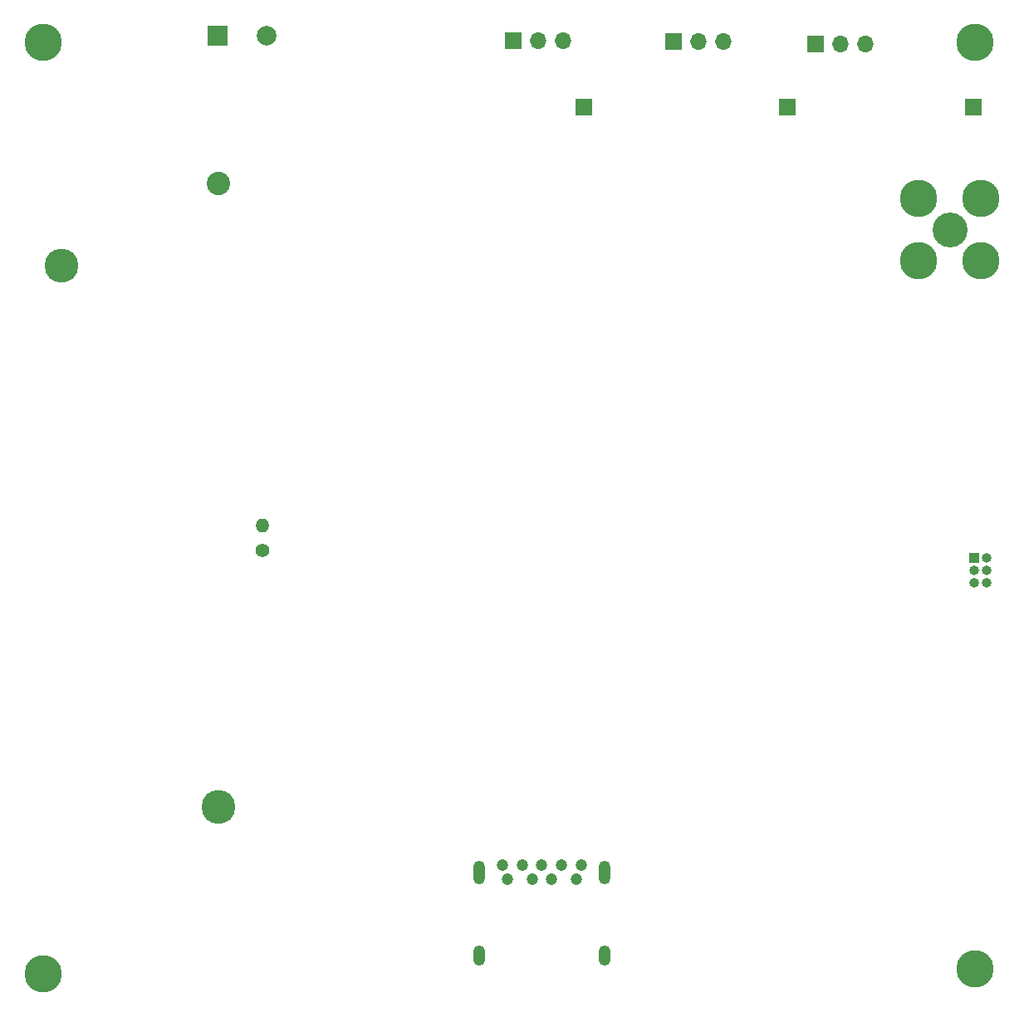
<source format=gbr>
%TF.GenerationSoftware,KiCad,Pcbnew,(5.1.10)-1*%
%TF.CreationDate,2022-01-27T16:49:40-03:30*%
%TF.ProjectId,mallard,6d616c6c-6172-4642-9e6b-696361645f70,rev?*%
%TF.SameCoordinates,Original*%
%TF.FileFunction,Soldermask,Bot*%
%TF.FilePolarity,Negative*%
%FSLAX46Y46*%
G04 Gerber Fmt 4.6, Leading zero omitted, Abs format (unit mm)*
G04 Created by KiCad (PCBNEW (5.1.10)-1) date 2022-01-27 16:49:40*
%MOMM*%
%LPD*%
G01*
G04 APERTURE LIST*
%ADD10C,3.800000*%
%ADD11O,1.700000X1.700000*%
%ADD12R,1.700000X1.700000*%
%ADD13R,2.006600X2.006600*%
%ADD14C,2.006600*%
%ADD15C,2.390000*%
%ADD16C,3.450000*%
%ADD17O,1.400000X1.400000*%
%ADD18C,1.400000*%
%ADD19C,3.810000*%
%ADD20C,3.556000*%
%ADD21O,1.000000X1.000000*%
%ADD22R,1.000000X1.000000*%
%ADD23O,1.200000X2.100000*%
%ADD24O,1.200000X2.400000*%
%ADD25C,1.200000*%
G04 APERTURE END LIST*
D10*
%TO.C,REF\u002A\u002A*%
X197104000Y-51308000D03*
%TD*%
%TO.C,REF\u002A\u002A*%
X197104000Y-145796000D03*
%TD*%
%TO.C,REF\u002A\u002A*%
X102108000Y-146304000D03*
%TD*%
%TO.C,REF\u002A\u002A*%
X102108000Y-51308000D03*
%TD*%
D11*
%TO.C,J5*%
X171508000Y-51224000D03*
X168968000Y-51224000D03*
D12*
X166428000Y-51224000D03*
%TD*%
D11*
%TO.C,J6*%
X155108000Y-51124000D03*
X152568000Y-51124000D03*
D12*
X150028000Y-51124000D03*
%TD*%
D11*
%TO.C,J4*%
X185908000Y-51424000D03*
X183368000Y-51424000D03*
D12*
X180828000Y-51424000D03*
%TD*%
D13*
%TO.C,Ref2*%
X119927999Y-50624000D03*
D14*
X124928001Y-50624000D03*
%TD*%
D15*
%TO.C,BatteryPack1*%
X120028000Y-65694000D03*
D16*
X104028000Y-74024000D03*
X120028000Y-129224000D03*
%TD*%
D17*
%TO.C,TH1*%
X124460000Y-100584000D03*
D18*
X124460000Y-103124000D03*
%TD*%
D19*
%TO.C,Ref1*%
X197728000Y-73549000D03*
X191378000Y-73549000D03*
X197728000Y-67199000D03*
D20*
X194553000Y-70374000D03*
D19*
X191378000Y-67199000D03*
%TD*%
D21*
%TO.C,J2*%
X198298000Y-106364000D03*
X197028000Y-106364000D03*
X198298000Y-105094000D03*
X197028000Y-105094000D03*
X198298000Y-103824000D03*
D22*
X197028000Y-103824000D03*
%TD*%
D23*
%TO.C,J1*%
X159364000Y-144402000D03*
X146564000Y-144402000D03*
D24*
X159364000Y-135902000D03*
X146564000Y-135902000D03*
D25*
X156964000Y-135152000D03*
X154964000Y-135152000D03*
X152964000Y-135152000D03*
X150964000Y-135152000D03*
X148964000Y-135152000D03*
X149464000Y-136652000D03*
X151964000Y-136652000D03*
X153964000Y-136652000D03*
X156464000Y-136652000D03*
%TD*%
D12*
%TO.C,Eh3*%
X196928000Y-57912000D03*
%TD*%
%TO.C,Eh2*%
X178028000Y-57912000D03*
%TD*%
%TO.C,Eh1*%
X157253000Y-57912000D03*
%TD*%
M02*

</source>
